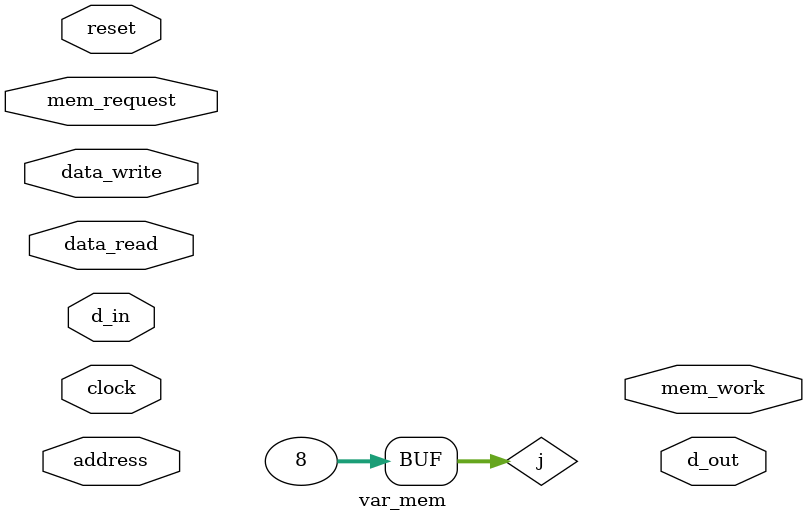
<source format=v>
module var_mem(clock, reset, data_read, data_write, mem_request, d_in, address, d_out,mem_work);

parameter data_size  = 8;         //Data Size
parameter mem_size = 8;      //Memory Size
parameter address_size = 2;         //Address Size


input clock, reset, data_read, data_write, mem_request;
input [data_size-1:0]  d_in;
input [address_size-1:0] address;

output reg [data_size-1:0]  d_out;
output reg mem_work;

reg [data_size-1:0] mem_data [mem_size-1:0];

wire pkt_in;
wire pkt_out;
wire [7:0] pkt_in_from_port;
wire [7:0] pkt_out_to_port;
wire polarity;
wire [7:0]d_in;
reg [7:0]d_out;
wire w_en;
wire data_o;

integer j;

reg [2:0] index;
always@(*)
begin   
	for(j=0;j<8;j=j+1)
	if(j==index)
	   d_in[j]<=data_o;
end

jasper_model_mem  #(3,1,1,0,0) dp 

( .clk(clock)
, .rstN(reset)
, .datain(d_in[index])
, .datain_reg()
, .addr_in (address)
, .addr_out(address)
, .weN(~mem_request)
, .pkt_vld(1'b1)
, .polarity(polarity)
, .dataout(data_o)
, .dataout_reg()
);




endmodule
</source>
